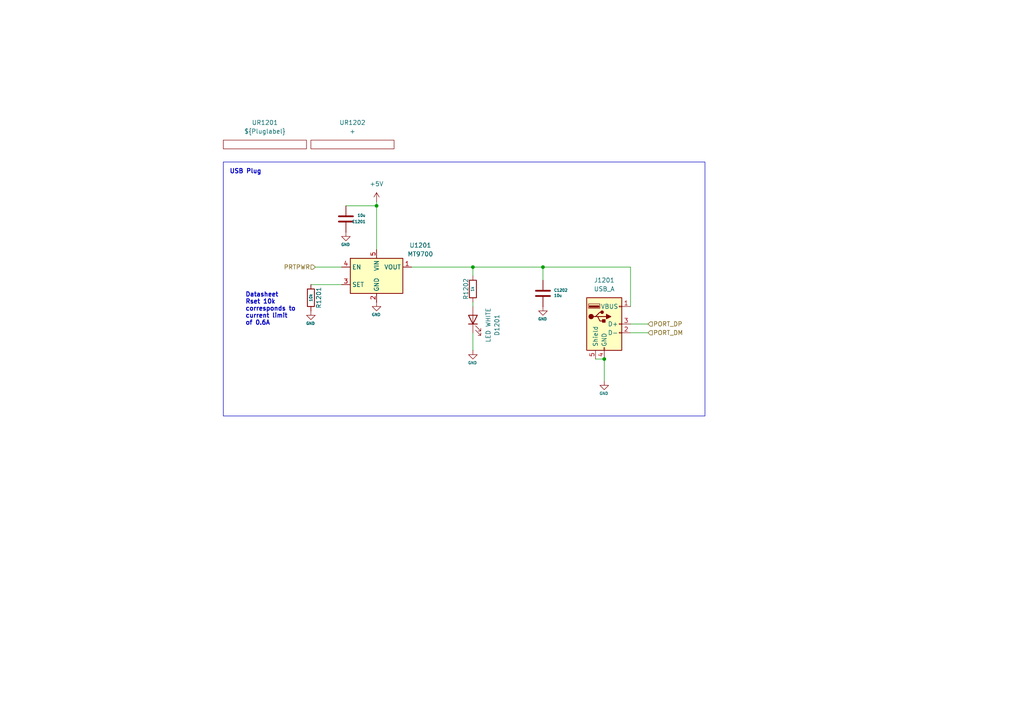
<source format=kicad_sch>
(kicad_sch (version 20231120) (generator "eeschema") (generator_version "8.0")
  (paper "A4")
  (title_block (title "Octoprobe octohub") (date "2024-06-18") (rev "0.2") (company "Hans Märki, Märki Informatik") (comment 1 "The MIT License (MIT)"))
  (lib_symbols
    (symbol "00_project_library:C" (pin_numbers hide) (pin_names (offset 0.254))
      (property "Reference" "C" (at 0.635 2.54 0))
      (property "Value" "C" (at 0.635 -2.54 0))
      (symbol "C_0_1"
        (polyline (pts (xy -2.032 -0.762) (xy 2.032 -0.762)) (stroke (width 0.508)))
        (polyline (pts (xy -2.032 0.762) (xy 2.032 0.762)) (stroke (width 0.508)))
      )
      (symbol "C_1_1"
        (pin passive line (at 0 3.81 270) (length 2.794) (name "~") (number "1"))
        (pin passive line (at 0 -3.81 90) (length 2.794) (name "~") (number "2"))
      )
    )
    (symbol "00_project_library:LED WHITE" (pin_numbers hide) (pin_names (offset 1.016) hide)
      (property "Reference" "D" (at 0 2.54 0))
      (property "Value" "LED WHITE" (at 0 -2.54 0))
      (symbol "LED WHITE_0_1"
        (polyline (pts (xy -1.27 -1.27) (xy -1.27 1.27)) (stroke (width 0.254)))
        (polyline (pts (xy -1.27 0) (xy 1.27 0)))
        (polyline (pts (xy 1.27 -1.27) (xy 1.27 1.27) (xy -1.27 0) (xy 1.27 -1.27)) (stroke (width 0.254)))
        (polyline (pts (xy -3.048 -0.762) (xy -4.572 -2.286) (xy -3.81 -2.286) (xy -4.572 -2.286) (xy -4.572 -1.524)))
        (polyline (pts (xy -1.778 -0.762) (xy -3.302 -2.286) (xy -2.54 -2.286) (xy -3.302 -2.286) (xy -3.302 -1.524)))
      )
      (symbol "LED WHITE_1_1"
        (pin passive line (at -3.81 0 0) (length 2.54) (name "K") (number "1"))
        (pin passive line (at 3.81 0 180) (length 2.54) (name "A") (number "2"))
      )
    )
    (symbol "00_project_library:MT9700"
      (property "Reference" "U" (at -7.62 6.35 0))
      (property "Value" "MT9700" (at 1.27 6.35 0))
      (symbol "MT9700_0_1"
        (rectangle (start -7.62 5.08) (end 7.62 -5.08) (stroke (width 0.254)) (fill (type background)))
      )
      (symbol "MT9700_1_1"
        (pin power_out line (at 10.16 2.54 180) (length 2.54) (name "VOUT") (number "1"))
        (pin power_in line (at 0 -7.62 90) (length 2.54) (name "GND") (number "2"))
        (pin input line (at -10.16 -2.54 0) (length 2.54) (name "SET") (number "3"))
        (pin input line (at -10.16 2.54 0) (length 2.54) (name "EN") (number "4"))
        (pin power_in line (at 0 7.62 270) (length 2.54) (name "VIN") (number "5"))
      )
    )
    (symbol "00_project_library:octohub_plug_label" (in_bom no)
      (property "Reference" "UR" (at 0 0 0))
      (property "Value" "42" (at 0 0 0))
      (symbol "octohub_plug_label_0_1"
        (rectangle (start -1.27 1.27) (end 22.86 -1.27))
      )
    )
    (symbol "00_project_library:octohub_plug_top_left" (in_bom no)
      (property "Reference" "UR" (at 0 0 0))
      (property "Value" "+" (at 0 0 0))
      (symbol "octohub_plug_top_left_0_1"
        (rectangle (start -1.27 1.27) (end 22.86 -1.27))
      )
    )
    (symbol "Connector:USB_A" (pin_names (offset 1.016))
      (property "Reference" "J" (at -5.08 11.43 0))
      (property "Value" "USB_A" (at -5.08 8.89 0))
      (symbol "USB_A_0_1"
        (rectangle (start -5.08 -7.62) (end 5.08 7.62) (stroke (width 0.254)) (fill (type background)))
        (circle (center -3.81 2.159) (radius 0.635) (stroke (width 0.254)) (fill (type outline)))
        (rectangle (start -1.524 4.826) (end -4.318 5.334) (fill (type outline)))
        (rectangle (start -1.27 4.572) (end -4.572 5.842))
        (circle (center -0.635 3.429) (radius 0.381) (stroke (width 0.254)) (fill (type outline)))
        (rectangle (start -0.127 -7.62) (end 0.127 -6.858))
        (polyline (pts (xy -3.175 2.159) (xy -2.54 2.159) (xy -1.27 3.429) (xy -0.635 3.429)) (stroke (width 0.254)))
        (polyline (pts (xy -2.54 2.159) (xy -1.905 2.159) (xy -1.27 0.889) (xy 0 0.889)) (stroke (width 0.254)))
        (polyline (pts (xy 0.635 2.794) (xy 0.635 1.524) (xy 1.905 2.159) (xy 0.635 2.794)) (stroke (width 0.254)) (fill (type outline)))
        (rectangle (start 0.254 1.27) (end -0.508 0.508) (stroke (width 0.254)) (fill (type outline)))
        (rectangle (start 5.08 -2.667) (end 4.318 -2.413))
        (rectangle (start 5.08 -0.127) (end 4.318 0.127))
        (rectangle (start 5.08 4.953) (end 4.318 5.207))
      )
      (symbol "USB_A_1_1"
        (polyline (pts (xy -1.905 2.159) (xy 0.635 2.159)) (stroke (width 0.254)))
        (pin power_in line (at 7.62 5.08 180) (length 2.54) (name "VBUS") (number "1"))
        (pin bidirectional line (at 7.62 -2.54 180) (length 2.54) (name "D-") (number "2"))
        (pin bidirectional line (at 7.62 0 180) (length 2.54) (name "D+") (number "3"))
        (pin power_in line (at 0 -10.16 90) (length 2.54) (name "GND") (number "4"))
        (pin passive line (at -2.54 -10.16 90) (length 2.54) (name "Shield") (number "5"))
      )
    )
    (symbol "Device:R" (pin_numbers hide) (pin_names (offset 0))
      (property "Reference" "R" (at 2.032 0 90))
      (property "Value" "R" (at 0 0 90))
      (symbol "R_0_1"
        (rectangle (start -1.016 -2.54) (end 1.016 2.54) (stroke (width 0.254)))
      )
      (symbol "R_1_1"
        (pin passive line (at 0 3.81 270) (length 1.27) (name "~") (number "1"))
        (pin passive line (at 0 -3.81 90) (length 1.27) (name "~") (number "2"))
      )
    )
    (symbol "power:+5V" (power) (pin_numbers hide) (pin_names (offset 0) hide)
      (property "Value" "+5V" (at 0 3.556 0))
      (symbol "+5V_0_1"
        (polyline (pts (xy -0.762 1.27) (xy 0 2.54)))
        (polyline (pts (xy 0 0) (xy 0 2.54)))
        (polyline (pts (xy 0 2.54) (xy 0.762 1.27)))
      )
      (symbol "+5V_1_1"
        (pin power_in line (at 0 0 90) (length 0) (name "~") (number "1"))
      )
    )
    (symbol "power:GND" (power) (pin_numbers hide) (pin_names (offset 0) hide)
      (property "Value" "GND" (at 0 -3.81 0))
      (symbol "GND_0_1"
        (polyline (pts (xy 0 0) (xy 0 -1.27) (xy 1.27 -1.27) (xy 0 -2.54) (xy -1.27 -1.27) (xy 0 -1.27)))
      )
      (symbol "GND_1_1"
        (pin power_in line (at 0 0 270) (length 0) (name "~") (number "1"))
      )
    )
  )
  (junction (at 175.26 104.14))
  (junction (at 137.16 77.47))
  (junction (at 157.48 77.47))
  (junction (at 109.22 59.69))
  (wire (pts (xy 157.48 81.28) (xy 157.48 77.47)))
  (wire (pts (xy 157.48 77.47) (xy 182.88 77.47)))
  (wire (pts (xy 182.88 93.98) (xy 187.96 93.98)))
  (wire (pts (xy 91.44 77.47) (xy 99.06 77.47)))
  (wire (pts (xy 175.26 110.49) (xy 175.26 104.14)))
  (wire (pts (xy 109.22 59.69) (xy 109.22 72.39)))
  (wire (pts (xy 137.16 77.47) (xy 157.48 77.47)))
  (wire (pts (xy 182.88 77.47) (xy 182.88 88.9)))
  (wire (pts (xy 90.17 82.55) (xy 99.06 82.55)))
  (wire (pts (xy 119.38 77.47) (xy 137.16 77.47)))
  (wire (pts (xy 137.16 88.9) (xy 137.16 87.63)))
  (wire (pts (xy 109.22 58.42) (xy 109.22 59.69)))
  (wire (pts (xy 100.33 59.69) (xy 109.22 59.69)))
  (wire (pts (xy 172.72 104.14) (xy 175.26 104.14)))
  (wire (pts (xy 137.16 101.6) (xy 137.16 96.52)))
  (wire (pts (xy 182.88 96.52) (xy 187.96 96.52)))
  (wire (pts (xy 137.16 77.47) (xy 137.16 80.01)))
  (rectangle (start 64.77 46.99) (end 204.47 120.65))
  (text "USB Plug" (at 66.548 50.546 0) (effects (font (size 1.27 1.27) (thickness 0.254) (bold yes)) (justify left bottom)))
  (text "Datasheet\nRset 10k\ncorresponds to\ncurrent limit\nof 0.6A" (at 71.12 94.488 0) (effects (font (size 1.27 1.27) (thickness 0.254) (bold yes)) (justify left bottom)))
  (hierarchical_label "PORT_DM" (shape input) (at 187.96 96.52 0))
  (hierarchical_label "PORT_DP" (shape input) (at 187.96 93.98 0))
  (hierarchical_label "PRTPWR" (shape input) (at 91.44 77.47 180))
  (symbol (lib_id "00_project_library:LED WHITE") (at 137.16 92.71 90) (unit 1)
    (property "Reference" "D1201" (at 144.145 94.2975 0))
    (property "Value" "LED WHITE" (at 141.605 94.2975 0))
    (property "Footprint" "00_project_library:LED_0603_1608Metric" (effects (hide yes)))
    (property "JLC" "C2290" (effects (hide yes)))
    (instances (project "pcb_octohub" (path "" (reference "D1201") (unit 1)) (path "" (reference "D1401") (unit 1)) (path "" (reference "D1501") (unit 1)) (path "" (reference "D1301") (unit 1))))
  )
  (symbol (lib_id "power:GND") (at 175.26 110.49 0) (unit 1)
    (property "Reference" "#PWR01207" (effects (hide yes)))
    (property "Value" "GND" (at 175.133 114.1222 0) (effects (font (size 0.8 0.8))))
    (property "Description" "Power symbol creates a global label with name \"GND\" , ground" (effects (hide yes)))
    (instances (project "pcb_octohub" (path "" (reference "#PWR01207") (unit 1)) (path "" (reference "#PWR01407") (unit 1)) (path "" (reference "#PWR01507") (unit 1)) (path "" (reference "#PWR01307") (unit 1))))
  )
  (symbol (lib_id "Connector:USB_A") (at 175.26 93.98 0) (unit 1)
    (property "Reference" "J1201" (at 175.26 81.28 0))
    (property "Value" "USB_A" (at 175.26 83.82 0))
    (property "Footprint" "00_project_library:USB_A_SHOUHAN_Vertical" (effects (hide yes)))
    (property "Datasheet" "https://wmsc.lcsc.com/wmsc/upload/file/pdf/v2/lcsc/2401171543_SHOU-HAN-AF-180-ZJB13-7_C456015.pdf" (effects (hide yes)))
    (property "Description" "USB Type A connector" (effects (hide yes)))
    (property "JLC" "C456015" (effects (hide yes)))
    (instances (project "pcb_octohub" (path "" (reference "J1201") (unit 1)) (path "" (reference "J1401") (unit 1)) (path "" (reference "J1501") (unit 1)) (path "" (reference "J1301") (unit 1))))
  )
  (symbol (lib_id "power:GND") (at 90.17 90.17 0) (unit 1)
    (property "Reference" "#PWR01201" (effects (hide yes)))
    (property "Value" "GND" (at 90.043 93.8022 0) (effects (font (size 0.8 0.8))))
    (property "Description" "Power symbol creates a global label with name \"GND\" , ground" (effects (hide yes)))
    (instances (project "pcb_octohub" (path "" (reference "#PWR01201") (unit 1)) (path "" (reference "#PWR01401") (unit 1)) (path "" (reference "#PWR01501") (unit 1)) (path "" (reference "#PWR01301") (unit 1))))
  )
  (symbol (lib_id "00_project_library:octohub_plug_top_left") (at 91.44 41.91 0) (unit 1) (in_bom no)
    (property "Reference" "UR1202" (at 102.235 35.56 0))
    (property "Value" "+" (at 102.235 38.1 0))
    (property "Footprint" "00_project_library:octohub_plug_top_left" (effects (hide yes)))
    (instances (project "" (path "" (reference "UR1202") (unit 1)) (path "" (reference "UR1402") (unit 1)) (path "" (reference "UR1502") (unit 1)) (path "" (reference "UR1302") (unit 1))))
  )
  (symbol (lib_id "00_project_library:C") (at 100.33 63.5 180) (unit 1)
    (property "Reference" "C1201" (at 106.045 64.2874 0) (effects (font (size 0.8 0.8)) (justify left)))
    (property "Value" "10u" (at 106.045 62.484 0) (effects (font (size 0.8 0.8)) (justify left)))
    (property "Footprint" "Capacitor_SMD:C_0603_1608Metric" (effects (hide yes)))
    (instances (project "pcb_octohub" (path "" (reference "C1201") (unit 1)) (path "" (reference "C1401") (unit 1)) (path "" (reference "C1501") (unit 1)) (path "" (reference "C1301") (unit 1))))
  )
  (symbol (lib_id "00_project_library:MT9700") (at 109.22 80.01 0) (unit 1)
    (property "Reference" "U1201" (at 121.92 71.1514 0))
    (property "Value" "MT9700" (at 121.92 73.6914 0))
    (property "Footprint" "Package_TO_SOT_SMD:SOT-23-5" (effects (hide yes)))
    (property "Datasheet" "https://wmsc.lcsc.com/wmsc/upload/file/pdf/v2/lcsc/1809291208_XI-AN-Aerosemi-Tech-MT9700_C89855.pdf" (effects (hide yes)))
    (property "Description" "80mΩ, Adjustable Fast Response Current-Limited Power-Distribution Switch, SOT-23-5" (effects (hide yes)))
    (property "JLC" "C89855" (effects (hide yes)))
    (instances (project "pcb_octohub" (path "" (reference "U1201") (unit 1)) (path "" (reference "U1401") (unit 1)) (path "" (reference "U1501") (unit 1)) (path "" (reference "U1301") (unit 1))))
  )
  (symbol (lib_id "Device:R") (at 137.16 83.82 180) (unit 1)
    (property "Reference" "R1202" (at 135.128 83.82 90))
    (property "Value" "1k" (at 137.0584 83.82 90) (effects (font (size 0.8 0.8))))
    (property "Footprint" "Resistor_SMD:R_0402_1005Metric" (effects (hide yes)))
    (instances (project "pcb_octohub" (path "" (reference "R1202") (unit 1)) (path "" (reference "R1402") (unit 1)) (path "" (reference "R1502") (unit 1)) (path "" (reference "R1302") (unit 1))))
  )
  (symbol (lib_id "power:+5V") (at 109.22 58.42 0) (unit 1)
    (property "Reference" "#PWR01203" (effects (hide yes)))
    (property "Value" "+5V" (at 109.22 53.34 0))
    (property "Description" "Power symbol creates a global label with name \"+5V\"" (effects (hide yes)))
    (instances (project "pcb_octohub" (path "" (reference "#PWR01203") (unit 1)) (path "" (reference "#PWR01403") (unit 1)) (path "" (reference "#PWR01503") (unit 1)) (path "" (reference "#PWR01303") (unit 1))))
  )
  (symbol (lib_id "power:GND") (at 109.22 87.63 0) (unit 1)
    (property "Reference" "#PWR01204" (effects (hide yes)))
    (property "Value" "GND" (at 109.093 91.2622 0) (effects (font (size 0.8 0.8))))
    (property "Description" "Power symbol creates a global label with name \"GND\" , ground" (effects (hide yes)))
    (instances (project "pcb_octohub" (path "" (reference "#PWR01204") (unit 1)) (path "" (reference "#PWR01404") (unit 1)) (path "" (reference "#PWR01504") (unit 1)) (path "" (reference "#PWR01304") (unit 1))))
  )
  (symbol (lib_id "00_project_library:octohub_plug_label") (at 66.04 41.91 0) (unit 1) (in_bom no)
    (property "Reference" "UR1201" (at 76.835 35.56 0))
    (property "Value" "${Pluglabel}" (at 76.835 38.1 0))
    (property "Footprint" "00_project_library:octohub_plug_label" (effects (hide yes)))
    (instances (project "pcb_octohub" (path "" (reference "UR1201") (unit 1)) (path "" (reference "UR1401") (unit 1)) (path "" (reference "UR1501") (unit 1)) (path "" (reference "UR1301") (unit 1))))
  )
  (symbol (lib_id "power:GND") (at 100.33 67.31 0) (unit 1)
    (property "Reference" "#PWR01202" (effects (hide yes)))
    (property "Value" "GND" (at 100.203 70.9422 0) (effects (font (size 0.8 0.8))))
    (property "Description" "Power symbol creates a global label with name \"GND\" , ground" (effects (hide yes)))
    (instances (project "pcb_octohub" (path "" (reference "#PWR01202") (unit 1)) (path "" (reference "#PWR01402") (unit 1)) (path "" (reference "#PWR01502") (unit 1)) (path "" (reference "#PWR01302") (unit 1))))
  )
  (symbol (lib_id "power:GND") (at 157.48 88.9 0) (unit 1)
    (property "Reference" "#PWR01206" (effects (hide yes)))
    (property "Value" "GND" (at 157.353 92.5322 0) (effects (font (size 0.8 0.8))))
    (property "Description" "Power symbol creates a global label with name \"GND\" , ground" (effects (hide yes)))
    (instances (project "pcb_octohub" (path "" (reference "#PWR01206") (unit 1)) (path "" (reference "#PWR01406") (unit 1)) (path "" (reference "#PWR01506") (unit 1)) (path "" (reference "#PWR01306") (unit 1))))
  )
  (symbol (lib_id "Device:R") (at 90.17 86.36 180) (unit 1)
    (property "Reference" "R1201" (at 92.456 86.36 90))
    (property "Value" "10k" (at 90.17 86.36 90) (effects (font (size 0.8 0.8))))
    (property "Footprint" "Resistor_SMD:R_0402_1005Metric" (effects (hide yes)))
    (instances (project "pcb_octohub" (path "" (reference "R1201") (unit 1)) (path "" (reference "R1401") (unit 1)) (path "" (reference "R1501") (unit 1)) (path "" (reference "R1301") (unit 1))))
  )
  (symbol (lib_id "power:GND") (at 137.16 101.6 0) (unit 1)
    (property "Reference" "#PWR01205" (effects (hide yes)))
    (property "Value" "GND" (at 137.033 105.2322 0) (effects (font (size 0.8 0.8))))
    (property "Description" "Power symbol creates a global label with name \"GND\" , ground" (effects (hide yes)))
    (instances (project "pcb_octohub" (path "" (reference "#PWR01205") (unit 1)) (path "" (reference "#PWR01405") (unit 1)) (path "" (reference "#PWR01505") (unit 1)) (path "" (reference "#PWR01305") (unit 1))))
  )
  (symbol (lib_id "00_project_library:C") (at 157.48 85.09 0) (unit 1)
    (property "Reference" "C1202" (at 160.655 84.1756 0) (effects (font (size 0.8 0.8)) (justify left)))
    (property "Value" "10u" (at 160.655 85.725 0) (effects (font (size 0.8 0.8)) (justify left)))
    (property "Footprint" "Capacitor_SMD:C_0603_1608Metric" (effects (hide yes)))
    (instances (project "pcb_octohub" (path "" (reference "C1202") (unit 1)) (path "" (reference "C1402") (unit 1)) (path "" (reference "C1502") (unit 1)) (path "" (reference "C1302") (unit 1))))
  )
)
</source>
